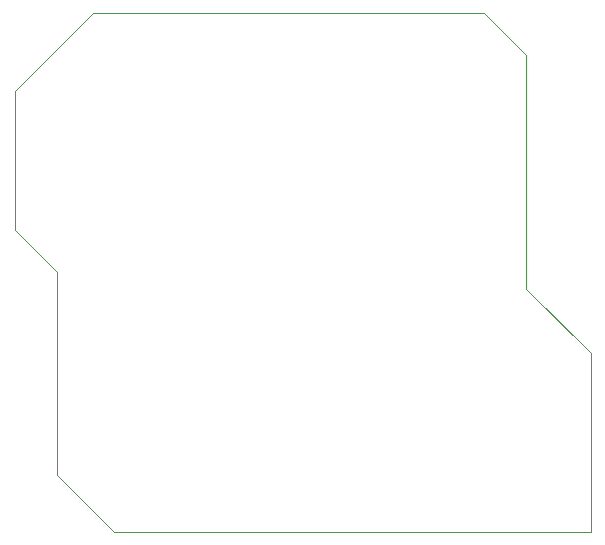
<source format=gm1>
G04 #@! TF.GenerationSoftware,KiCad,Pcbnew,(5.1.6)-1*
G04 #@! TF.CreationDate,2024-01-16T16:58:56-05:00*
G04 #@! TF.ProjectId,amiga-500-usb-kb-stamp,616d6967-612d-4353-9030-2d7573622d6b,rev?*
G04 #@! TF.SameCoordinates,Original*
G04 #@! TF.FileFunction,Profile,NP*
%FSLAX46Y46*%
G04 Gerber Fmt 4.6, Leading zero omitted, Abs format (unit mm)*
G04 Created by KiCad (PCBNEW (5.1.6)-1) date 2024-01-16 16:58:56*
%MOMM*%
%LPD*%
G01*
G04 APERTURE LIST*
G04 #@! TA.AperFunction,Profile*
%ADD10C,0.050000*%
G04 #@! TD*
G04 APERTURE END LIST*
D10*
X149098000Y-73533000D02*
X152654000Y-77089000D01*
X148971000Y-73533000D02*
X149098000Y-73533000D01*
X115951000Y-73533000D02*
X148971000Y-73533000D01*
X115443000Y-74041000D02*
X115951000Y-73533000D01*
X152654000Y-96901000D02*
X152654000Y-77089000D01*
X158115000Y-102362000D02*
X152654000Y-96901000D01*
X158115000Y-117475000D02*
X158115000Y-102362000D01*
X117729000Y-117475000D02*
X158115000Y-117475000D01*
X112903000Y-112649000D02*
X117729000Y-117475000D01*
X112903000Y-112014000D02*
X112903000Y-112649000D01*
X112903000Y-110363000D02*
X112903000Y-112014000D01*
X112903000Y-109474000D02*
X112903000Y-110363000D01*
X112903000Y-95504000D02*
X112903000Y-109474000D01*
X109347000Y-91948000D02*
X112903000Y-95504000D01*
X109347000Y-80137000D02*
X109347000Y-91948000D01*
X115443000Y-74041000D02*
X109347000Y-80137000D01*
M02*

</source>
